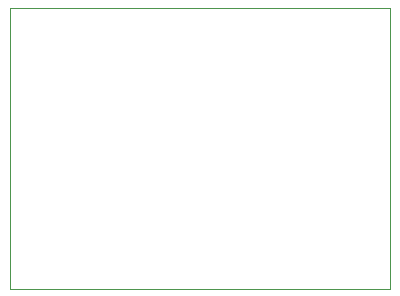
<source format=gbr>
%TF.GenerationSoftware,KiCad,Pcbnew,9.0.3*%
%TF.CreationDate,2025-08-16T18:10:03-03:00*%
%TF.ProjectId,CANBusTerminator,43414e42-7573-4546-9572-6d696e61746f,rev?*%
%TF.SameCoordinates,Original*%
%TF.FileFunction,Profile,NP*%
%FSLAX46Y46*%
G04 Gerber Fmt 4.6, Leading zero omitted, Abs format (unit mm)*
G04 Created by KiCad (PCBNEW 9.0.3) date 2025-08-16 18:10:03*
%MOMM*%
%LPD*%
G01*
G04 APERTURE LIST*
%TA.AperFunction,Profile*%
%ADD10C,0.050000*%
%TD*%
G04 APERTURE END LIST*
D10*
X164800000Y-76400000D02*
X197000000Y-76400000D01*
X197000000Y-100200000D01*
X164800000Y-100200000D01*
X164800000Y-76400000D01*
M02*

</source>
